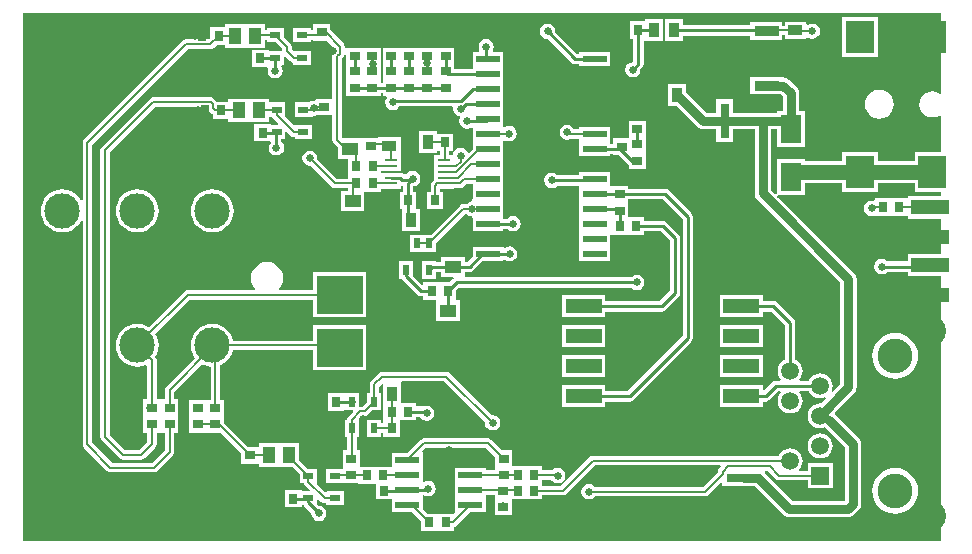
<source format=gtl>
%FSLAX23Y23*%
%MOIN*%
G70*
G01*
G75*
G04 Layer_Physical_Order=1*
G04 Layer_Color=255*
%ADD10R,0.155X0.125*%
%ADD11R,0.033X0.031*%
%ADD12R,0.031X0.033*%
%ADD13R,0.043X0.055*%
%ADD14R,0.035X0.049*%
%ADD15R,0.049X0.035*%
%ADD16R,0.031X0.118*%
%ADD17R,0.118X0.031*%
%ADD18R,0.071X0.094*%
%ADD19R,0.125X0.050*%
%ADD20R,0.079X0.024*%
%ADD21R,0.094X0.110*%
%ADD22R,0.024X0.033*%
%ADD23R,0.083X0.130*%
%ADD24R,0.083X0.035*%
%ADD25R,0.120X0.050*%
%ADD26R,0.041X0.010*%
%ADD27R,0.081X0.024*%
%ADD28R,0.055X0.043*%
%ADD29R,0.033X0.024*%
%ADD30C,0.007*%
%ADD31C,0.010*%
%ADD32C,0.020*%
%ADD33C,0.050*%
%ADD34C,0.030*%
%ADD35C,0.118*%
%ADD36C,0.116*%
%ADD37C,0.059*%
%ADD38R,0.059X0.059*%
%ADD39C,0.100*%
%ADD40C,0.026*%
G36*
X1613Y-1580D02*
Y-1614D01*
Y-1625D01*
X1583D01*
Y-1617D01*
X1478D01*
Y-1664D01*
X1478Y-1664D01*
X1478Y-1667D01*
X1478D01*
Y-1714D01*
X1478Y-1714D01*
X1478Y-1717D01*
X1478D01*
Y-1764D01*
X1478Y-1764D01*
X1478D01*
X1479Y-1765D01*
X1477Y-1769D01*
X1476Y-1770D01*
X1387D01*
X1372Y-1755D01*
Y-1717D01*
D01*
Y-1717D01*
X1372Y-1717D01*
Y-1714D01*
X1372D01*
Y-1708D01*
X1377D01*
X1380Y-1710D01*
X1390Y-1711D01*
X1400Y-1710D01*
X1408Y-1704D01*
X1414Y-1696D01*
X1415Y-1686D01*
X1414Y-1676D01*
X1408Y-1668D01*
X1400Y-1662D01*
X1390Y-1661D01*
X1380Y-1662D01*
X1377Y-1665D01*
X1372Y-1662D01*
Y-1617D01*
D01*
Y-1617D01*
X1372Y-1617D01*
Y-1614D01*
X1372D01*
Y-1567D01*
X1372Y-1567D01*
X1372D01*
X1370Y-1562D01*
X1382Y-1550D01*
X1583D01*
X1613Y-1580D01*
D02*
G37*
G36*
X3100Y-367D02*
X3096Y-370D01*
X3093Y-368D01*
X3082Y-363D01*
X3071Y-362D01*
X3060Y-363D01*
X3049Y-368D01*
X3040Y-374D01*
X3033Y-384D01*
X3028Y-394D01*
X3027Y-406D01*
X3028Y-417D01*
X3033Y-427D01*
X3040Y-437D01*
X3049Y-444D01*
X3060Y-448D01*
X3071Y-449D01*
X3082Y-448D01*
X3093Y-444D01*
X3096Y-441D01*
X3100Y-444D01*
Y-563D01*
X3012D01*
Y-593D01*
X2890D01*
Y-563D01*
X2771D01*
Y-593D01*
X2646D01*
Y-589D01*
X2552D01*
Y-704D01*
X2547Y-705D01*
X2532Y-691D01*
Y-487D01*
X2552D01*
Y-547D01*
X2646D01*
Y-428D01*
X2626D01*
Y-368D01*
X2625Y-361D01*
X2623Y-354D01*
X2618Y-349D01*
X2593Y-323D01*
X2587Y-319D01*
X2581Y-316D01*
X2574Y-315D01*
X2571D01*
Y-313D01*
X2464D01*
Y-372D01*
X2565D01*
X2572Y-379D01*
Y-428D01*
X2552D01*
Y-433D01*
X2406D01*
Y-389D01*
X2350D01*
Y-433D01*
X2318D01*
X2249Y-364D01*
Y-336D01*
X2190D01*
Y-410D01*
X2218D01*
X2287Y-479D01*
X2287Y-479D01*
X2287D01*
X2287Y-479D01*
X2287D01*
X2287Y-479D01*
Y-479D01*
Y-479D01*
D01*
D01*
X2287D01*
Y-479D01*
X2293Y-484D01*
X2299Y-486D01*
X2307Y-487D01*
X2350D01*
Y-531D01*
X2406D01*
Y-487D01*
X2478D01*
Y-702D01*
X2479Y-709D01*
X2479Y-709D01*
X2479Y-709D01*
X2481Y-716D01*
X2486Y-721D01*
X2764Y-999D01*
Y-1338D01*
X2739Y-1363D01*
X2735Y-1360D01*
X2737Y-1354D01*
X2739Y-1344D01*
X2737Y-1333D01*
X2733Y-1323D01*
X2726Y-1314D01*
X2718Y-1307D01*
X2707Y-1303D01*
X2697Y-1302D01*
X2686Y-1303D01*
X2676Y-1307D01*
X2667Y-1314D01*
X2660Y-1323D01*
X2659Y-1326D01*
X2630D01*
X2627Y-1322D01*
X2633Y-1314D01*
X2637Y-1304D01*
X2639Y-1294D01*
X2637Y-1283D01*
X2633Y-1273D01*
X2626Y-1264D01*
X2618Y-1257D01*
X2614Y-1256D01*
Y-1134D01*
X2613Y-1127D01*
X2609Y-1121D01*
X2554Y-1066D01*
X2548Y-1062D01*
X2541Y-1061D01*
X2506D01*
Y-1041D01*
X2362D01*
Y-1115D01*
X2506D01*
Y-1096D01*
X2534D01*
X2579Y-1141D01*
Y-1256D01*
X2576Y-1257D01*
X2567Y-1264D01*
X2560Y-1273D01*
X2556Y-1283D01*
X2555Y-1294D01*
X2556Y-1304D01*
X2560Y-1314D01*
X2566Y-1322D01*
X2564Y-1326D01*
X2549D01*
X2543Y-1327D01*
X2537Y-1331D01*
X2511Y-1358D01*
X2506Y-1356D01*
Y-1341D01*
X2362D01*
Y-1415D01*
X2506D01*
Y-1396D01*
X2515D01*
X2521Y-1394D01*
X2527Y-1391D01*
X2557Y-1361D01*
X2564D01*
X2566Y-1365D01*
X2560Y-1373D01*
X2556Y-1383D01*
X2555Y-1394D01*
X2556Y-1404D01*
X2560Y-1414D01*
X2567Y-1423D01*
X2576Y-1430D01*
X2586Y-1434D01*
X2597Y-1435D01*
X2607Y-1434D01*
X2618Y-1430D01*
X2626Y-1423D01*
X2633Y-1414D01*
X2637Y-1404D01*
X2639Y-1394D01*
X2637Y-1383D01*
X2633Y-1373D01*
X2627Y-1365D01*
X2630Y-1361D01*
X2659D01*
X2660Y-1364D01*
X2667Y-1373D01*
X2676Y-1380D01*
X2686Y-1384D01*
X2697Y-1385D01*
X2707Y-1384D01*
X2713Y-1382D01*
X2716Y-1386D01*
X2700Y-1402D01*
X2697Y-1402D01*
X2686Y-1403D01*
X2676Y-1407D01*
X2667Y-1414D01*
X2660Y-1423D01*
X2656Y-1433D01*
X2655Y-1444D01*
X2656Y-1454D01*
X2660Y-1464D01*
X2667Y-1473D01*
X2676Y-1480D01*
X2686Y-1484D01*
X2697Y-1485D01*
X2707Y-1484D01*
X2712Y-1482D01*
X2780Y-1549D01*
Y-1725D01*
X2778Y-1727D01*
X2605D01*
X2513Y-1634D01*
Y-1627D01*
X2521D01*
X2549Y-1655D01*
D01*
X2549D01*
Y-1655D01*
D01*
X2549D01*
Y-1655D01*
X2549D01*
X2549Y-1655D01*
Y-1655D01*
X2549Y-1655D01*
Y-1655D01*
X2554Y-1658D01*
X2561Y-1659D01*
X2655D01*
Y-1685D01*
X2738D01*
Y-1602D01*
X2655D01*
Y-1628D01*
X2628D01*
X2626Y-1623D01*
X2633Y-1614D01*
X2637Y-1604D01*
X2639Y-1594D01*
X2637Y-1583D01*
X2633Y-1573D01*
X2626Y-1564D01*
X2618Y-1557D01*
X2607Y-1553D01*
X2597Y-1552D01*
X2586Y-1553D01*
X2576Y-1557D01*
X2567Y-1564D01*
X2560Y-1573D01*
X2558Y-1578D01*
X1938D01*
X1932Y-1579D01*
X1927Y-1582D01*
X1833Y-1677D01*
X1771D01*
Y-1670D01*
X1771D01*
Y-1657D01*
X1801D01*
X1804Y-1661D01*
X1812Y-1667D01*
X1822Y-1668D01*
X1832Y-1667D01*
X1840Y-1661D01*
X1846Y-1653D01*
X1847Y-1643D01*
X1846Y-1633D01*
X1840Y-1625D01*
X1832Y-1619D01*
X1822Y-1618D01*
X1812Y-1619D01*
X1804Y-1625D01*
X1804Y-1625D01*
X1771D01*
Y-1612D01*
X1670D01*
Y-1559D01*
X1636D01*
X1601Y-1523D01*
X1596Y-1520D01*
X1590Y-1519D01*
X1376D01*
X1370Y-1520D01*
X1365Y-1523D01*
X1321Y-1567D01*
X1268D01*
Y-1613D01*
X1163D01*
Y-1559D01*
X1152D01*
Y-1514D01*
X1160D01*
Y-1457D01*
X1160Y-1457D01*
X1160D01*
X1159Y-1456D01*
X1170Y-1445D01*
X1178D01*
X1184Y-1444D01*
X1189Y-1441D01*
X1189Y-1441D01*
X1189Y-1441D01*
X1204Y-1425D01*
X1234D01*
Y-1368D01*
X1226D01*
Y-1346D01*
X1235Y-1337D01*
X1240Y-1339D01*
Y-1407D01*
X1240D01*
Y-1456D01*
X1240D01*
Y-1469D01*
X1234D01*
Y-1457D01*
X1187D01*
Y-1514D01*
X1234D01*
Y-1501D01*
X1240D01*
Y-1514D01*
X1295D01*
Y-1458D01*
X1351D01*
Y-1447D01*
X1363D01*
X1367Y-1453D01*
X1375Y-1459D01*
X1385Y-1460D01*
X1395Y-1459D01*
X1403Y-1453D01*
X1409Y-1445D01*
X1410Y-1435D01*
X1409Y-1425D01*
X1403Y-1417D01*
X1395Y-1411D01*
X1385Y-1410D01*
X1375Y-1411D01*
X1374Y-1412D01*
X1351D01*
Y-1401D01*
X1299D01*
Y-1333D01*
X1299D01*
Y-1332D01*
X1303Y-1329D01*
X1444D01*
X1580Y-1464D01*
X1580Y-1467D01*
X1581Y-1477D01*
X1587Y-1485D01*
X1595Y-1491D01*
X1605Y-1492D01*
X1615Y-1491D01*
X1623Y-1485D01*
X1629Y-1477D01*
X1630Y-1467D01*
X1629Y-1457D01*
X1623Y-1449D01*
X1615Y-1443D01*
X1605Y-1442D01*
X1602Y-1442D01*
X1462Y-1302D01*
X1457Y-1298D01*
X1451Y-1297D01*
X1237D01*
X1231Y-1298D01*
X1226Y-1302D01*
X1199Y-1328D01*
X1196Y-1333D01*
X1195Y-1339D01*
Y-1368D01*
X1187D01*
Y-1398D01*
X1171Y-1414D01*
X1163D01*
X1160Y-1411D01*
Y-1405D01*
X1161Y-1397D01*
X1160Y-1388D01*
Y-1368D01*
X1112D01*
Y-1369D01*
X1110D01*
Y-1369D01*
X1055D01*
Y-1426D01*
X1110D01*
Y-1425D01*
X1112D01*
Y-1425D01*
X1138D01*
X1140Y-1430D01*
X1125Y-1446D01*
X1121Y-1451D01*
X1120Y-1456D01*
X1120Y-1457D01*
X1112D01*
Y-1514D01*
X1120D01*
Y-1559D01*
X1105D01*
Y-1614D01*
Y-1620D01*
X1051D01*
Y-1668D01*
X1105D01*
Y-1669D01*
X1157D01*
Y-1670D01*
X1216D01*
Y-1722D01*
X1268D01*
Y-1764D01*
X1336D01*
X1366Y-1794D01*
Y-1828D01*
X1477D01*
Y-1814D01*
X1478Y-1814D01*
X1483Y-1810D01*
X1529Y-1764D01*
X1583D01*
Y-1717D01*
D01*
Y-1717D01*
X1583Y-1717D01*
Y-1714D01*
X1583D01*
Y-1706D01*
X1613D01*
Y-1720D01*
Y-1775D01*
X1670D01*
Y-1721D01*
X1771D01*
Y-1708D01*
X1839D01*
X1846Y-1707D01*
X1851Y-1704D01*
X1945Y-1609D01*
X2363D01*
X2365Y-1614D01*
X2361Y-1618D01*
X2357Y-1623D01*
X2356Y-1630D01*
Y-1630D01*
X2306Y-1680D01*
X1946D01*
X1944Y-1678D01*
X1936Y-1672D01*
X1926Y-1671D01*
X1916Y-1672D01*
X1908Y-1678D01*
X1902Y-1686D01*
X1901Y-1696D01*
X1902Y-1706D01*
X1908Y-1714D01*
X1916Y-1720D01*
X1926Y-1721D01*
X1936Y-1720D01*
X1944Y-1714D01*
X1946Y-1712D01*
X2313D01*
X2319Y-1711D01*
X2324Y-1707D01*
X2324Y-1707D01*
X2324Y-1707D01*
X2366Y-1665D01*
X2370Y-1667D01*
Y-1677D01*
X2479D01*
X2575Y-1773D01*
D01*
X2575D01*
Y-1773D01*
D01*
X2575D01*
Y-1773D01*
X2575D01*
X2575Y-1773D01*
Y-1773D01*
X2575Y-1773D01*
Y-1773D01*
X2580Y-1778D01*
X2587Y-1780D01*
X2594Y-1781D01*
X2789D01*
X2796Y-1780D01*
X2803Y-1778D01*
X2808Y-1773D01*
X2808Y-1773D01*
X2808Y-1773D01*
X2826Y-1755D01*
X2831Y-1750D01*
X2832Y-1747D01*
X2833Y-1743D01*
X2834Y-1736D01*
Y-1538D01*
X2833Y-1531D01*
X2831Y-1524D01*
X2826Y-1519D01*
X2746Y-1439D01*
X2746Y-1438D01*
X2745Y-1433D01*
X2810Y-1368D01*
X2815Y-1363D01*
X2817Y-1356D01*
X2817Y-1356D01*
X2817Y-1356D01*
X2818Y-1349D01*
Y-988D01*
X2817Y-981D01*
X2815Y-974D01*
X2810Y-969D01*
X2554Y-713D01*
X2556Y-708D01*
X2646D01*
Y-667D01*
X2771D01*
Y-697D01*
X2890D01*
Y-667D01*
X3012D01*
Y-697D01*
X3100D01*
Y-712D01*
X2988D01*
Y-719D01*
X2988D01*
Y-719D01*
X2878D01*
Y-724D01*
X2874Y-728D01*
X2868Y-727D01*
X2858Y-728D01*
X2850Y-734D01*
X2844Y-742D01*
X2843Y-752D01*
X2844Y-762D01*
X2850Y-770D01*
X2858Y-776D01*
X2868Y-777D01*
X2877Y-776D01*
X2878Y-777D01*
Y-777D01*
X2988D01*
D01*
X2988D01*
X2988Y-777D01*
Y-786D01*
X3100D01*
Y-905D01*
X2988D01*
Y-929D01*
X2920D01*
X2920Y-928D01*
X2912Y-922D01*
X2902Y-921D01*
X2892Y-922D01*
X2884Y-928D01*
X2878Y-936D01*
X2877Y-946D01*
X2878Y-956D01*
X2884Y-964D01*
X2892Y-970D01*
X2902Y-971D01*
X2912Y-970D01*
X2920Y-964D01*
X2920Y-963D01*
X2988D01*
Y-979D01*
X3100D01*
Y-1860D01*
X40D01*
Y-100D01*
X3100D01*
Y-367D01*
D02*
G37*
%LPC*%
G36*
X1981Y-1141D02*
X1837D01*
Y-1215D01*
X1981D01*
Y-1141D01*
D02*
G37*
G36*
X2506D02*
X2362D01*
Y-1215D01*
X2506D01*
Y-1141D01*
D02*
G37*
G36*
X421Y-688D02*
X407Y-690D01*
X393Y-694D01*
X381Y-700D01*
X370Y-709D01*
X361Y-720D01*
X355Y-733D01*
X351Y-746D01*
X349Y-760D01*
X351Y-774D01*
X355Y-787D01*
X361Y-800D01*
X370Y-810D01*
X381Y-819D01*
X393Y-826D01*
X407Y-830D01*
X421Y-831D01*
X435Y-830D01*
X448Y-826D01*
X460Y-819D01*
X471Y-810D01*
X480Y-800D01*
X487Y-787D01*
X491Y-774D01*
X492Y-760D01*
X491Y-746D01*
X487Y-733D01*
X480Y-720D01*
X471Y-709D01*
X460Y-700D01*
X448Y-694D01*
X435Y-690D01*
X421Y-688D01*
D02*
G37*
G36*
X1662Y-878D02*
X1652Y-880D01*
X1645Y-885D01*
X1641Y-882D01*
Y-880D01*
X1538D01*
Y-912D01*
X1521Y-930D01*
X1512D01*
Y-913D01*
X1433D01*
Y-930D01*
X1416D01*
Y-929D01*
X1368D01*
Y-986D01*
X1416D01*
Y-964D01*
X1433D01*
Y-981D01*
X1474D01*
X1475Y-985D01*
X1473Y-987D01*
X1461Y-999D01*
X1374D01*
Y-1005D01*
X1369Y-1007D01*
X1341Y-978D01*
Y-929D01*
X1293D01*
Y-986D01*
X1301D01*
X1305Y-991D01*
X1353Y-1040D01*
X1353D01*
X1353Y-1040D01*
X1353D01*
X1353Y-1040D01*
Y-1040D01*
X1353Y-1040D01*
Y-1040D01*
X1359Y-1044D01*
X1366Y-1045D01*
X1374D01*
Y-1056D01*
X1417D01*
Y-1059D01*
X1417D01*
Y-1126D01*
X1496D01*
Y-1059D01*
X1484D01*
Y-1056D01*
X1484D01*
Y-1024D01*
X1492Y-1016D01*
X2068D01*
X2068Y-1017D01*
X2076Y-1023D01*
X2086Y-1024D01*
X2096Y-1023D01*
X2104Y-1017D01*
X2110Y-1009D01*
X2111Y-999D01*
X2110Y-989D01*
X2104Y-981D01*
X2096Y-975D01*
X2086Y-974D01*
X2076Y-975D01*
X2068Y-981D01*
X2068Y-982D01*
X1513D01*
X1512Y-981D01*
X1512Y-978D01*
X1512Y-978D01*
X1512D01*
Y-964D01*
X1528D01*
X1535Y-963D01*
X1540Y-959D01*
X1572Y-928D01*
X1641D01*
Y-925D01*
X1645Y-923D01*
X1652Y-927D01*
X1662Y-929D01*
X1671Y-927D01*
X1680Y-922D01*
X1685Y-913D01*
X1687Y-904D01*
X1685Y-894D01*
X1680Y-886D01*
X1671Y-880D01*
X1662Y-878D01*
D02*
G37*
G36*
X2697Y-1502D02*
X2686Y-1503D01*
X2676Y-1507D01*
X2667Y-1514D01*
X2660Y-1523D01*
X2656Y-1533D01*
X2655Y-1544D01*
X2656Y-1554D01*
X2660Y-1564D01*
X2667Y-1573D01*
X2676Y-1580D01*
X2686Y-1584D01*
X2697Y-1585D01*
X2707Y-1584D01*
X2718Y-1580D01*
X2726Y-1573D01*
X2733Y-1564D01*
X2737Y-1554D01*
X2739Y-1544D01*
X2737Y-1533D01*
X2733Y-1523D01*
X2726Y-1514D01*
X2718Y-1507D01*
X2707Y-1503D01*
X2697Y-1502D01*
D02*
G37*
G36*
X2947Y-1617D02*
X2932Y-1619D01*
X2917Y-1623D01*
X2904Y-1630D01*
X2893Y-1640D01*
X2883Y-1651D01*
X2876Y-1664D01*
X2872Y-1679D01*
X2870Y-1694D01*
X2872Y-1708D01*
X2876Y-1723D01*
X2883Y-1736D01*
X2893Y-1747D01*
X2904Y-1757D01*
X2917Y-1764D01*
X2932Y-1768D01*
X2947Y-1770D01*
X2962Y-1768D01*
X2976Y-1764D01*
X2989Y-1757D01*
X3001Y-1747D01*
X3010Y-1736D01*
X3017Y-1723D01*
X3022Y-1708D01*
X3023Y-1694D01*
X3022Y-1679D01*
X3017Y-1664D01*
X3010Y-1651D01*
X3001Y-1640D01*
X2989Y-1630D01*
X2976Y-1623D01*
X2962Y-1619D01*
X2947Y-1617D01*
D02*
G37*
G36*
Y-1167D02*
X2932Y-1169D01*
X2917Y-1173D01*
X2904Y-1180D01*
X2893Y-1190D01*
X2883Y-1201D01*
X2876Y-1214D01*
X2872Y-1229D01*
X2870Y-1244D01*
X2872Y-1258D01*
X2876Y-1273D01*
X2883Y-1286D01*
X2893Y-1297D01*
X2904Y-1307D01*
X2917Y-1314D01*
X2932Y-1318D01*
X2947Y-1320D01*
X2962Y-1318D01*
X2976Y-1314D01*
X2989Y-1307D01*
X3001Y-1297D01*
X3010Y-1286D01*
X3017Y-1273D01*
X3022Y-1258D01*
X3023Y-1244D01*
X3022Y-1229D01*
X3017Y-1214D01*
X3010Y-1201D01*
X3001Y-1190D01*
X2989Y-1180D01*
X2976Y-1173D01*
X2962Y-1169D01*
X2947Y-1167D01*
D02*
G37*
G36*
X2506Y-1241D02*
X2362D01*
Y-1315D01*
X2506D01*
Y-1241D01*
D02*
G37*
G36*
X1981D02*
X1837D01*
Y-1315D01*
X1981D01*
Y-1241D01*
D02*
G37*
G36*
X847Y-138D02*
X712D01*
Y-149D01*
X664D01*
Y-183D01*
X658Y-189D01*
X582D01*
X576Y-191D01*
X571Y-194D01*
X243Y-522D01*
X239Y-527D01*
X238Y-534D01*
Y-725D01*
X233Y-726D01*
X230Y-720D01*
X221Y-709D01*
X210Y-700D01*
X198Y-694D01*
X185Y-690D01*
X171Y-688D01*
X157Y-690D01*
X143Y-694D01*
X131Y-700D01*
X120Y-709D01*
X111Y-720D01*
X105Y-733D01*
X101Y-746D01*
X99Y-760D01*
X101Y-774D01*
X105Y-787D01*
X111Y-800D01*
X120Y-810D01*
X131Y-819D01*
X143Y-826D01*
X157Y-830D01*
X171Y-831D01*
X185Y-830D01*
X198Y-826D01*
X210Y-819D01*
X221Y-810D01*
X230Y-800D01*
X233Y-793D01*
X238Y-795D01*
Y-1538D01*
X238Y-1538D01*
X238D01*
X239Y-1545D01*
X243Y-1550D01*
X320Y-1627D01*
X320D01*
X320Y-1627D01*
X320Y-1627D01*
Y-1627D01*
X325Y-1630D01*
X331Y-1632D01*
X476D01*
X482Y-1630D01*
X487Y-1627D01*
X539Y-1575D01*
X543Y-1569D01*
X544Y-1563D01*
Y-1500D01*
X557D01*
Y-1445D01*
Y-1389D01*
X544D01*
Y-1364D01*
X637Y-1271D01*
X643Y-1275D01*
X657Y-1279D01*
X665Y-1280D01*
Y-1390D01*
X652D01*
D01*
D01*
X652Y-1390D01*
X651D01*
Y-1390D01*
X593D01*
Y-1445D01*
Y-1500D01*
X651D01*
Y-1500D01*
X651D01*
X651Y-1500D01*
X652D01*
Y-1500D01*
X698D01*
X767Y-1568D01*
Y-1603D01*
X824D01*
D01*
X824D01*
X827Y-1605D01*
Y-1614D01*
X939D01*
X962Y-1637D01*
Y-1668D01*
X976D01*
X977Y-1670D01*
X980Y-1675D01*
X995Y-1690D01*
X993Y-1695D01*
X969D01*
Y-1692D01*
X913D01*
Y-1749D01*
X969D01*
Y-1742D01*
X976D01*
X977Y-1744D01*
X1001Y-1768D01*
X1001Y-1769D01*
X1002Y-1779D01*
X1008Y-1787D01*
X1016Y-1793D01*
X1026Y-1794D01*
X1036Y-1793D01*
X1044Y-1787D01*
X1050Y-1779D01*
X1051Y-1769D01*
X1050Y-1759D01*
X1044Y-1751D01*
X1036Y-1745D01*
X1026Y-1744D01*
X1025Y-1744D01*
X1020Y-1738D01*
Y-1722D01*
X1024Y-1720D01*
X1034Y-1730D01*
X1034D01*
X1034Y-1730D01*
X1034D01*
X1034Y-1730D01*
Y-1730D01*
X1034Y-1730D01*
Y-1730D01*
X1039Y-1733D01*
X1046Y-1734D01*
X1051D01*
Y-1742D01*
X1108D01*
Y-1695D01*
X1051D01*
Y-1695D01*
X1046Y-1697D01*
X1019Y-1670D01*
X1020Y-1668D01*
X1020D01*
X1020Y-1668D01*
Y-1620D01*
X990D01*
X961Y-1591D01*
Y-1535D01*
X827D01*
Y-1547D01*
X824D01*
Y-1547D01*
X790D01*
X710Y-1467D01*
Y-1445D01*
Y-1390D01*
X697D01*
Y-1275D01*
X698Y-1275D01*
X710Y-1268D01*
X721Y-1259D01*
X730Y-1248D01*
X737Y-1236D01*
X740Y-1224D01*
X1005D01*
Y-1291D01*
X1184D01*
Y-1141D01*
X1005D01*
Y-1193D01*
X740D01*
X737Y-1181D01*
X730Y-1169D01*
X721Y-1158D01*
X710Y-1149D01*
X698Y-1143D01*
X685Y-1139D01*
X671Y-1137D01*
X657Y-1139D01*
X643Y-1143D01*
X631Y-1149D01*
X620Y-1158D01*
X611Y-1169D01*
X605Y-1181D01*
X601Y-1195D01*
X599Y-1209D01*
X601Y-1223D01*
X605Y-1236D01*
X611Y-1248D01*
X613Y-1251D01*
X517Y-1347D01*
X513Y-1352D01*
X512Y-1358D01*
Y-1389D01*
X501D01*
X501Y-1389D01*
Y-1389D01*
X499Y-1389D01*
X499D01*
X498D01*
X496Y-1389D01*
X496Y-1389D01*
Y-1389D01*
X485D01*
Y-1257D01*
X484Y-1251D01*
X481Y-1247D01*
X487Y-1236D01*
X491Y-1223D01*
X492Y-1209D01*
X491Y-1195D01*
X487Y-1181D01*
X481Y-1171D01*
X596Y-1056D01*
X1005D01*
Y-1115D01*
X1184D01*
Y-965D01*
X1005D01*
Y-1024D01*
X895D01*
X893Y-1020D01*
X900Y-1011D01*
X905Y-998D01*
X907Y-984D01*
X905Y-970D01*
X900Y-957D01*
X891Y-946D01*
X880Y-938D01*
X867Y-932D01*
X853Y-930D01*
X839Y-932D01*
X826Y-938D01*
X815Y-946D01*
X806Y-957D01*
X801Y-970D01*
X799Y-984D01*
X801Y-998D01*
X806Y-1011D01*
X813Y-1020D01*
X811Y-1024D01*
X589D01*
X583Y-1025D01*
X578Y-1029D01*
X459Y-1148D01*
X448Y-1143D01*
X435Y-1139D01*
X421Y-1137D01*
X407Y-1139D01*
X393Y-1143D01*
X381Y-1149D01*
X370Y-1158D01*
X361Y-1169D01*
X355Y-1181D01*
X351Y-1195D01*
X349Y-1209D01*
X351Y-1223D01*
X355Y-1236D01*
X361Y-1248D01*
X370Y-1259D01*
X381Y-1268D01*
X393Y-1275D01*
X407Y-1279D01*
X421Y-1280D01*
X435Y-1279D01*
X448Y-1275D01*
X449Y-1274D01*
X453Y-1277D01*
Y-1389D01*
X440D01*
Y-1407D01*
X439Y-1416D01*
X440Y-1425D01*
Y-1445D01*
Y-1500D01*
X453D01*
Y-1532D01*
X427Y-1558D01*
X380D01*
X329Y-1507D01*
Y-565D01*
X480Y-414D01*
X656D01*
Y-416D01*
X657Y-422D01*
X661Y-428D01*
X670Y-436D01*
X673Y-439D01*
Y-454D01*
X724D01*
Y-465D01*
X858D01*
Y-447D01*
X870D01*
X874Y-452D01*
X891Y-470D01*
X889Y-474D01*
X866D01*
Y-471D01*
X811D01*
Y-529D01*
X863D01*
X865Y-533D01*
X860Y-540D01*
X859Y-550D01*
X860Y-560D01*
X866Y-568D01*
X874Y-574D01*
X884Y-575D01*
X894Y-574D01*
X902Y-568D01*
X908Y-560D01*
X909Y-550D01*
X908Y-540D01*
X902Y-532D01*
X901Y-532D01*
Y-522D01*
X914D01*
Y-498D01*
X918Y-497D01*
X931Y-509D01*
X931D01*
X931Y-509D01*
X931D01*
X931Y-509D01*
Y-509D01*
X931Y-509D01*
Y-509D01*
X936Y-513D01*
X942Y-514D01*
X945D01*
Y-522D01*
X1002D01*
Y-474D01*
X945D01*
X945Y-474D01*
Y-474D01*
X942Y-475D01*
X914Y-447D01*
X914Y-447D01*
X914D01*
X914Y-447D01*
Y-399D01*
X858D01*
Y-386D01*
X724D01*
Y-396D01*
X685D01*
X683Y-393D01*
X677Y-387D01*
X672Y-383D01*
X666Y-382D01*
X473D01*
X467Y-383D01*
X462Y-387D01*
X302Y-547D01*
X298Y-552D01*
X297Y-558D01*
Y-1514D01*
X297Y-1514D01*
X297D01*
X298Y-1520D01*
X302Y-1525D01*
X362Y-1585D01*
X367Y-1589D01*
X373Y-1590D01*
X434D01*
X440Y-1589D01*
X445Y-1585D01*
X480Y-1550D01*
X484Y-1545D01*
X485Y-1539D01*
X485Y-1539D01*
X485Y-1539D01*
Y-1539D01*
Y-1500D01*
X496D01*
X496Y-1500D01*
Y-1500D01*
X498Y-1500D01*
X499D01*
X499D01*
X501Y-1500D01*
X501Y-1500D01*
Y-1500D01*
X512D01*
Y-1557D01*
X469Y-1600D01*
X338D01*
X270Y-1532D01*
Y-540D01*
X589Y-221D01*
X664D01*
X670Y-220D01*
X676Y-216D01*
X685Y-207D01*
X712D01*
Y-217D01*
X847D01*
Y-191D01*
X852D01*
Y-199D01*
X882D01*
X903Y-220D01*
Y-226D01*
X858D01*
Y-223D01*
X803D01*
Y-281D01*
X853D01*
X856Y-285D01*
X855Y-293D01*
X856Y-303D01*
X862Y-311D01*
X870Y-317D01*
X880Y-318D01*
X890Y-317D01*
X898Y-311D01*
X904Y-303D01*
X905Y-293D01*
X904Y-283D01*
X900Y-278D01*
X903Y-274D01*
X910D01*
Y-247D01*
X914Y-245D01*
X931Y-261D01*
X936Y-265D01*
X941Y-266D01*
Y-274D01*
X998D01*
Y-226D01*
X941D01*
X941Y-226D01*
Y-226D01*
X941Y-226D01*
X935Y-220D01*
Y-213D01*
X934Y-207D01*
X930Y-202D01*
X910Y-182D01*
Y-151D01*
X852D01*
Y-159D01*
X847D01*
Y-138D01*
D02*
G37*
G36*
X2890Y-114D02*
X2771D01*
Y-248D01*
X2890D01*
Y-114D01*
D02*
G37*
G36*
X2173Y-121D02*
X2114D01*
Y-129D01*
X2063D01*
Y-186D01*
X2073D01*
Y-258D01*
X2072Y-265D01*
X2062Y-266D01*
X2054Y-272D01*
X2048Y-280D01*
X2047Y-290D01*
X2048Y-300D01*
X2054Y-308D01*
X2062Y-314D01*
X2072Y-315D01*
X2082Y-314D01*
X2090Y-308D01*
X2096Y-300D01*
X2097Y-290D01*
X2097Y-289D01*
X2103Y-284D01*
X2107Y-278D01*
X2108Y-271D01*
X2108Y-271D01*
Y-186D01*
X2114D01*
Y-194D01*
X2173D01*
Y-121D01*
D02*
G37*
G36*
X1064Y-138D02*
X1007D01*
Y-159D01*
X998D01*
Y-151D01*
X941D01*
Y-199D01*
X998D01*
Y-191D01*
X1007D01*
Y-193D01*
X1054D01*
X1081Y-220D01*
Y-229D01*
X1076Y-234D01*
X1072Y-239D01*
X1071Y-245D01*
Y-386D01*
X1015D01*
Y-390D01*
X1011Y-393D01*
X1009Y-393D01*
X999Y-394D01*
X992Y-399D01*
X945D01*
Y-447D01*
X1002D01*
Y-446D01*
X1006Y-443D01*
X1009Y-443D01*
X1019Y-442D01*
X1019Y-441D01*
X1071D01*
Y-524D01*
X1071Y-524D01*
X1071D01*
X1072Y-530D01*
X1076Y-535D01*
X1090Y-550D01*
Y-587D01*
X1122D01*
Y-637D01*
X1122Y-637D01*
X1122D01*
X1122Y-639D01*
Y-640D01*
Y-641D01*
X1122Y-643D01*
X1122Y-643D01*
X1122D01*
Y-653D01*
X1087D01*
X1021Y-588D01*
X1021Y-585D01*
X1020Y-575D01*
X1014Y-567D01*
X1006Y-561D01*
X996Y-560D01*
X986Y-561D01*
X978Y-567D01*
X972Y-575D01*
X971Y-585D01*
X972Y-595D01*
X978Y-603D01*
X986Y-609D01*
X996Y-610D01*
X999Y-610D01*
X1069Y-680D01*
X1074Y-684D01*
X1080Y-685D01*
X1122D01*
Y-693D01*
X1098D01*
Y-760D01*
X1177D01*
Y-698D01*
X1232D01*
Y-686D01*
X1234D01*
Y-686D01*
X1299D01*
Y-676D01*
X1301Y-675D01*
X1306Y-677D01*
Y-696D01*
X1295D01*
Y-753D01*
X1303D01*
Y-755D01*
X1303D01*
Y-828D01*
X1362D01*
Y-755D01*
X1351D01*
Y-753D01*
X1351D01*
Y-696D01*
X1340D01*
Y-678D01*
X1349Y-677D01*
X1357Y-671D01*
X1363Y-663D01*
X1364Y-653D01*
X1363Y-643D01*
X1357Y-635D01*
X1349Y-629D01*
X1339Y-628D01*
X1329Y-629D01*
X1321Y-635D01*
X1319Y-639D01*
X1311D01*
X1310Y-637D01*
X1304Y-634D01*
X1299Y-633D01*
Y-633D01*
X1299D01*
X1297Y-632D01*
X1267D01*
X1265Y-633D01*
X1236D01*
X1236Y-633D01*
Y-633D01*
X1234Y-633D01*
X1232Y-631D01*
Y-627D01*
X1234D01*
Y-627D01*
X1299D01*
Y-607D01*
Y-574D01*
X1298D01*
Y-515D01*
X1224D01*
Y-516D01*
X1172D01*
Y-519D01*
X1169D01*
Y-519D01*
X1105D01*
X1103Y-517D01*
Y-252D01*
X1108Y-247D01*
X1111Y-242D01*
X1112Y-239D01*
X1117Y-239D01*
Y-272D01*
Y-323D01*
Y-378D01*
X1174D01*
Y-378D01*
X1174D01*
X1174Y-378D01*
X1176D01*
Y-378D01*
X1233D01*
Y-368D01*
X1239D01*
Y-378D01*
X1251D01*
X1253Y-383D01*
X1248Y-389D01*
X1247Y-399D01*
X1248Y-409D01*
X1254Y-417D01*
X1262Y-423D01*
X1272Y-424D01*
X1282Y-423D01*
X1290Y-417D01*
X1293Y-412D01*
X1471D01*
X1474Y-416D01*
X1474Y-420D01*
X1475Y-430D01*
X1481Y-438D01*
X1489Y-444D01*
X1495Y-445D01*
X1497Y-449D01*
X1495Y-451D01*
X1494Y-461D01*
X1495Y-471D01*
X1501Y-479D01*
X1509Y-485D01*
X1519Y-486D01*
X1529Y-485D01*
X1534Y-481D01*
X1538Y-484D01*
Y-526D01*
X1538Y-526D01*
X1538D01*
X1538Y-528D01*
Y-529D01*
Y-530D01*
X1538Y-531D01*
X1538Y-531D01*
X1538D01*
Y-553D01*
X1526Y-566D01*
X1521Y-565D01*
X1516Y-558D01*
X1508Y-552D01*
X1498Y-551D01*
X1488Y-552D01*
X1480Y-558D01*
X1474Y-566D01*
X1473Y-574D01*
X1461D01*
Y-560D01*
X1473D01*
Y-503D01*
X1418D01*
Y-495D01*
X1358D01*
Y-568D01*
X1418D01*
Y-560D01*
X1429D01*
Y-574D01*
X1409D01*
Y-607D01*
Y-627D01*
Y-647D01*
Y-658D01*
X1409Y-658D01*
X1402Y-664D01*
X1399Y-670D01*
X1398Y-676D01*
Y-696D01*
X1386D01*
Y-753D01*
X1441D01*
Y-696D01*
X1429D01*
Y-686D01*
X1475D01*
Y-685D01*
X1496D01*
X1502Y-684D01*
X1507Y-680D01*
X1518Y-670D01*
X1538D01*
Y-676D01*
X1538Y-676D01*
X1538D01*
X1538Y-678D01*
Y-679D01*
Y-680D01*
X1538Y-681D01*
X1538Y-681D01*
X1538D01*
Y-717D01*
X1536Y-729D01*
X1526Y-730D01*
X1518Y-736D01*
X1516Y-738D01*
X1507D01*
X1501Y-739D01*
X1496Y-743D01*
X1398Y-840D01*
X1331D01*
Y-898D01*
X1416D01*
Y-868D01*
X1512Y-771D01*
X1517Y-771D01*
X1518Y-772D01*
X1526Y-778D01*
X1536Y-779D01*
X1538Y-791D01*
Y-828D01*
X1641D01*
Y-821D01*
X1655D01*
X1663Y-827D01*
X1673Y-828D01*
X1683Y-827D01*
X1691Y-821D01*
X1697Y-813D01*
X1698Y-803D01*
X1697Y-793D01*
X1691Y-785D01*
X1683Y-779D01*
X1673Y-778D01*
X1663Y-779D01*
X1655Y-785D01*
X1654Y-786D01*
X1641D01*
Y-781D01*
X1641Y-781D01*
D01*
D01*
X1641Y-780D01*
Y-780D01*
Y-779D01*
Y-778D01*
Y-778D01*
X1641Y-777D01*
X1641Y-776D01*
X1641Y-776D01*
X1641D01*
Y-731D01*
X1641Y-731D01*
D01*
D01*
X1641Y-730D01*
Y-730D01*
Y-729D01*
Y-728D01*
Y-728D01*
X1641Y-727D01*
X1641Y-726D01*
X1641Y-726D01*
X1641D01*
Y-681D01*
X1641Y-681D01*
D01*
D01*
X1641Y-680D01*
Y-680D01*
Y-679D01*
Y-678D01*
Y-678D01*
X1641Y-677D01*
X1641Y-676D01*
X1641Y-676D01*
X1641D01*
Y-630D01*
D01*
Y-630D01*
X1641Y-630D01*
Y-628D01*
X1641D01*
Y-580D01*
D01*
Y-580D01*
X1641Y-580D01*
Y-578D01*
X1641D01*
Y-531D01*
X1641Y-531D01*
D01*
D01*
X1641Y-530D01*
Y-530D01*
Y-529D01*
Y-528D01*
Y-528D01*
X1641Y-527D01*
X1641Y-526D01*
X1645Y-523D01*
X1650Y-527D01*
X1660Y-528D01*
X1670Y-527D01*
X1678Y-521D01*
X1684Y-513D01*
X1685Y-503D01*
X1684Y-493D01*
X1678Y-485D01*
X1670Y-479D01*
X1660Y-478D01*
X1650Y-479D01*
X1645Y-483D01*
X1641Y-480D01*
Y-480D01*
Y-479D01*
Y-478D01*
X1641Y-476D01*
X1641Y-476D01*
X1641D01*
Y-430D01*
D01*
Y-430D01*
X1641Y-430D01*
Y-428D01*
X1641D01*
Y-380D01*
D01*
Y-380D01*
X1641Y-380D01*
Y-378D01*
X1641D01*
Y-330D01*
D01*
Y-330D01*
X1641Y-330D01*
Y-328D01*
X1641D01*
Y-281D01*
X1641Y-281D01*
D01*
D01*
X1641Y-280D01*
Y-280D01*
Y-279D01*
Y-278D01*
Y-278D01*
X1641Y-277D01*
X1641Y-276D01*
X1641Y-276D01*
X1641D01*
Y-230D01*
X1607D01*
X1605Y-226D01*
X1607Y-223D01*
X1608Y-213D01*
X1607Y-203D01*
X1601Y-195D01*
X1593Y-189D01*
X1583Y-188D01*
X1573Y-189D01*
X1565Y-195D01*
X1559Y-203D01*
X1558Y-213D01*
X1559Y-223D01*
X1561Y-226D01*
X1559Y-230D01*
X1538D01*
Y-276D01*
X1538Y-276D01*
X1538D01*
X1538Y-278D01*
Y-279D01*
Y-280D01*
X1538Y-281D01*
X1538Y-281D01*
X1538D01*
Y-286D01*
X1477D01*
Y-268D01*
X1477D01*
Y-217D01*
X1419D01*
D01*
D01*
X1419Y-217D01*
X1415D01*
Y-217D01*
X1357D01*
Y-217D01*
X1356D01*
X1355Y-216D01*
Y-216D01*
X1298D01*
D01*
D01*
X1298Y-216D01*
X1296D01*
Y-216D01*
X1239D01*
Y-272D01*
Y-323D01*
Y-333D01*
X1233D01*
Y-323D01*
Y-272D01*
Y-216D01*
X1176D01*
D01*
D01*
X1176Y-216D01*
X1174D01*
Y-216D01*
X1117D01*
Y-216D01*
X1115D01*
X1112Y-213D01*
X1111Y-207D01*
X1108Y-202D01*
X1064Y-159D01*
Y-138D01*
D02*
G37*
G36*
X2240Y-121D02*
X2181D01*
Y-194D01*
X2240D01*
Y-177D01*
X2464D01*
Y-191D01*
X2571D01*
Y-175D01*
X2578D01*
Y-189D01*
X2651D01*
Y-183D01*
X2655Y-181D01*
X2661Y-185D01*
X2671Y-186D01*
X2681Y-185D01*
X2689Y-179D01*
X2695Y-171D01*
X2696Y-161D01*
X2695Y-151D01*
X2689Y-143D01*
X2681Y-137D01*
X2671Y-136D01*
X2661Y-137D01*
X2655Y-141D01*
X2651Y-139D01*
Y-130D01*
X2578D01*
Y-144D01*
X2571D01*
Y-132D01*
X2464D01*
Y-142D01*
X2240D01*
Y-121D01*
D02*
G37*
G36*
X1997Y-630D02*
X1894D01*
Y-642D01*
X1820D01*
X1820Y-641D01*
X1812Y-635D01*
X1802Y-634D01*
X1792Y-635D01*
X1784Y-641D01*
X1778Y-649D01*
X1777Y-659D01*
X1778Y-669D01*
X1784Y-677D01*
X1792Y-683D01*
X1802Y-684D01*
X1812Y-683D01*
X1820Y-677D01*
X1820Y-676D01*
X1894D01*
D01*
Y-676D01*
Y-676D01*
D01*
Y-678D01*
Y-678D01*
Y-679D01*
Y-680D01*
X1894Y-681D01*
X1894Y-681D01*
X1894D01*
Y-728D01*
X1894Y-728D01*
X1894Y-730D01*
X1894D01*
Y-776D01*
X1894Y-776D01*
X1894D01*
X1894Y-778D01*
Y-779D01*
Y-780D01*
X1894Y-781D01*
X1894Y-781D01*
X1894D01*
Y-826D01*
X1894Y-826D01*
X1894D01*
X1894Y-828D01*
Y-829D01*
Y-830D01*
X1894Y-831D01*
X1894Y-831D01*
X1894D01*
Y-876D01*
X1894Y-876D01*
X1894D01*
X1894Y-878D01*
Y-879D01*
Y-880D01*
X1894Y-881D01*
X1894Y-881D01*
X1894D01*
Y-928D01*
X1997D01*
Y-881D01*
X1997Y-881D01*
D01*
D01*
X1997Y-880D01*
Y-880D01*
Y-879D01*
Y-878D01*
Y-878D01*
X1997Y-877D01*
X1997Y-876D01*
X1997Y-876D01*
X1997D01*
Y-842D01*
X2000Y-840D01*
X2001Y-840D01*
X2001Y-840D01*
Y-840D01*
X2110D01*
Y-828D01*
X2165D01*
X2196Y-859D01*
Y-1027D01*
X2161Y-1061D01*
X1981D01*
Y-1041D01*
X1837D01*
Y-1115D01*
X1981D01*
Y-1096D01*
X2169D01*
X2175Y-1094D01*
X2181Y-1091D01*
X2181Y-1091D01*
X2181Y-1091D01*
X2225Y-1046D01*
X2225Y-1046D01*
X2225Y-1046D01*
X2229Y-1041D01*
X2230Y-1034D01*
Y-852D01*
X2229Y-845D01*
X2225Y-840D01*
X2184Y-799D01*
X2179Y-795D01*
X2172Y-794D01*
X2110D01*
Y-782D01*
X2056D01*
Y-732D01*
Y-722D01*
X2173D01*
X2238Y-787D01*
Y-1178D01*
X2054Y-1361D01*
X1981D01*
Y-1341D01*
X1837D01*
Y-1415D01*
X1981D01*
Y-1396D01*
X2062D01*
X2068Y-1394D01*
X2074Y-1391D01*
X2074Y-1391D01*
X2074Y-1391D01*
X2267Y-1197D01*
X2267Y-1197D01*
X2267Y-1197D01*
X2271Y-1192D01*
X2272Y-1185D01*
Y-780D01*
X2271Y-773D01*
X2267Y-768D01*
X2192Y-692D01*
X2186Y-689D01*
X2180Y-687D01*
X2056D01*
Y-677D01*
X1999D01*
Y-677D01*
X1997D01*
X1997Y-676D01*
X1997Y-676D01*
X1997D01*
Y-630D01*
D02*
G37*
G36*
X671Y-688D02*
X657Y-690D01*
X643Y-694D01*
X631Y-700D01*
X620Y-709D01*
X611Y-720D01*
X605Y-733D01*
X601Y-746D01*
X599Y-760D01*
X601Y-774D01*
X605Y-787D01*
X611Y-800D01*
X620Y-810D01*
X631Y-819D01*
X643Y-826D01*
X657Y-830D01*
X671Y-831D01*
X685Y-830D01*
X698Y-826D01*
X710Y-819D01*
X721Y-810D01*
X730Y-800D01*
X737Y-787D01*
X741Y-774D01*
X742Y-760D01*
X741Y-746D01*
X737Y-733D01*
X730Y-720D01*
X721Y-709D01*
X710Y-700D01*
X698Y-694D01*
X685Y-690D01*
X671Y-688D01*
D02*
G37*
G36*
X2115Y-460D02*
X2058D01*
Y-516D01*
Y-519D01*
X2007D01*
Y-536D01*
X1997D01*
Y-531D01*
X1997Y-531D01*
D01*
D01*
X1997Y-530D01*
Y-530D01*
Y-529D01*
Y-528D01*
Y-528D01*
X1997Y-527D01*
X1997Y-526D01*
X1997Y-526D01*
X1997D01*
Y-480D01*
X1894D01*
Y-488D01*
X1876D01*
X1871Y-480D01*
X1863Y-474D01*
X1853Y-473D01*
X1843Y-474D01*
X1835Y-480D01*
X1829Y-488D01*
X1828Y-498D01*
X1829Y-508D01*
X1835Y-516D01*
X1843Y-522D01*
X1853Y-523D01*
X1863Y-522D01*
X1866Y-520D01*
X1894D01*
Y-526D01*
X1894Y-526D01*
X1894D01*
X1894Y-528D01*
Y-529D01*
Y-530D01*
X1894Y-531D01*
X1894Y-531D01*
X1894D01*
Y-578D01*
X1997D01*
Y-571D01*
X2007D01*
Y-575D01*
X2026D01*
X2057Y-607D01*
X2058Y-607D01*
Y-622D01*
X2115D01*
Y-567D01*
Y-516D01*
Y-460D01*
D02*
G37*
G36*
X1788Y-137D02*
X1778Y-138D01*
X1770Y-144D01*
X1764Y-152D01*
X1763Y-162D01*
X1764Y-172D01*
X1770Y-180D01*
X1778Y-186D01*
X1788Y-187D01*
X1789Y-187D01*
X1867Y-266D01*
X1867D01*
X1867Y-266D01*
X1867D01*
X1867Y-266D01*
Y-266D01*
X1867Y-266D01*
Y-266D01*
X1873Y-270D01*
X1880Y-271D01*
X1894D01*
Y-278D01*
X1997D01*
Y-230D01*
X1894D01*
Y-236D01*
X1887D01*
X1813Y-163D01*
X1813Y-162D01*
X1812Y-152D01*
X1806Y-144D01*
X1798Y-138D01*
X1788Y-137D01*
D02*
G37*
G36*
X2894Y-358D02*
X2881Y-359D01*
X2870Y-364D01*
X2860Y-372D01*
X2852Y-382D01*
X2847Y-393D01*
X2846Y-406D01*
X2847Y-418D01*
X2852Y-429D01*
X2860Y-439D01*
X2870Y-447D01*
X2881Y-452D01*
X2894Y-453D01*
X2906Y-452D01*
X2918Y-447D01*
X2928Y-439D01*
X2935Y-429D01*
X2940Y-418D01*
X2942Y-406D01*
X2940Y-393D01*
X2935Y-382D01*
X2928Y-372D01*
X2918Y-364D01*
X2906Y-359D01*
X2894Y-358D01*
D02*
G37*
%LPD*%
D10*
X1095Y-1040D02*
D03*
Y-1216D02*
D03*
X2541Y-919D02*
D03*
X406Y-1702D02*
D03*
X147Y-241D02*
D03*
D11*
X1448Y-245D02*
D03*
Y-189D02*
D03*
X1386Y-245D02*
D03*
Y-189D02*
D03*
X1326Y-244D02*
D03*
Y-189D02*
D03*
X1267Y-244D02*
D03*
Y-189D02*
D03*
X1204Y-244D02*
D03*
Y-189D02*
D03*
X1145Y-244D02*
D03*
Y-189D02*
D03*
X1449Y-350D02*
D03*
Y-295D02*
D03*
X1386Y-350D02*
D03*
Y-295D02*
D03*
X1326Y-350D02*
D03*
Y-295D02*
D03*
X1267Y-350D02*
D03*
Y-295D02*
D03*
X1204Y-350D02*
D03*
Y-295D02*
D03*
X1145Y-350D02*
D03*
Y-295D02*
D03*
X2035Y-492D02*
D03*
Y-547D02*
D03*
X2087Y-488D02*
D03*
Y-433D02*
D03*
X1201Y-544D02*
D03*
Y-488D02*
D03*
X2028Y-760D02*
D03*
Y-705D02*
D03*
X795Y-1520D02*
D03*
Y-1575D02*
D03*
X2087Y-594D02*
D03*
Y-539D02*
D03*
X1642Y-1642D02*
D03*
Y-1587D02*
D03*
X1641Y-1693D02*
D03*
Y-1748D02*
D03*
X528Y-1472D02*
D03*
Y-1417D02*
D03*
X469Y-1472D02*
D03*
Y-1417D02*
D03*
X681Y-1472D02*
D03*
Y-1417D02*
D03*
X1134Y-1587D02*
D03*
Y-1642D02*
D03*
X622Y-1417D02*
D03*
Y-1472D02*
D03*
X1035Y-165D02*
D03*
Y-220D02*
D03*
X1043Y-469D02*
D03*
Y-413D02*
D03*
D12*
X701Y-425D02*
D03*
X646D02*
D03*
X2091Y-157D02*
D03*
X2035D02*
D03*
X2028Y-811D02*
D03*
X2083D02*
D03*
X1445Y-531D02*
D03*
X1500D02*
D03*
X1323Y-724D02*
D03*
X1268D02*
D03*
X1689Y-1641D02*
D03*
X1744D02*
D03*
X1689Y-1693D02*
D03*
X1744D02*
D03*
X1268Y-1430D02*
D03*
X1323D02*
D03*
X1323Y-1485D02*
D03*
X1268D02*
D03*
X2905Y-748D02*
D03*
X2961D02*
D03*
X1469Y-724D02*
D03*
X1413D02*
D03*
X1205Y-610D02*
D03*
X1150D02*
D03*
X1205Y-669D02*
D03*
X1150D02*
D03*
X783Y-500D02*
D03*
X839D02*
D03*
X776Y-252D02*
D03*
X831D02*
D03*
X692Y-178D02*
D03*
X636D02*
D03*
X941Y-1720D02*
D03*
X886D02*
D03*
X1449Y-1799D02*
D03*
X1394D02*
D03*
X1189Y-1693D02*
D03*
X1244D02*
D03*
X1185Y-1642D02*
D03*
X1240D02*
D03*
X1028Y-1398D02*
D03*
X1083D02*
D03*
X1402Y-1028D02*
D03*
X1457D02*
D03*
D13*
X860Y-1575D02*
D03*
X927D02*
D03*
X746Y-177D02*
D03*
X813D02*
D03*
X758Y-425D02*
D03*
X825D02*
D03*
D14*
X1270Y-1370D02*
D03*
X1337D02*
D03*
X2153Y-373D02*
D03*
X2219D02*
D03*
X1321Y-531D02*
D03*
X1388D02*
D03*
X1266Y-791D02*
D03*
X1333D02*
D03*
X2211Y-157D02*
D03*
X2144D02*
D03*
D15*
X2614Y-226D02*
D03*
Y-159D02*
D03*
X1261Y-478D02*
D03*
Y-544D02*
D03*
D16*
X2378Y-460D02*
D03*
Y-645D02*
D03*
D17*
X2442Y-1650D02*
D03*
X2257D02*
D03*
D18*
X2599Y-649D02*
D03*
Y-487D02*
D03*
D19*
X3063Y-849D02*
D03*
Y-749D02*
D03*
Y-942D02*
D03*
Y-1042D02*
D03*
D20*
X1590Y-254D02*
D03*
Y-304D02*
D03*
Y-354D02*
D03*
Y-404D02*
D03*
Y-454D02*
D03*
Y-504D02*
D03*
Y-554D02*
D03*
Y-604D02*
D03*
Y-654D02*
D03*
Y-704D02*
D03*
Y-754D02*
D03*
Y-804D02*
D03*
Y-854D02*
D03*
Y-904D02*
D03*
X1946Y-254D02*
D03*
Y-304D02*
D03*
Y-354D02*
D03*
Y-404D02*
D03*
Y-454D02*
D03*
Y-504D02*
D03*
Y-554D02*
D03*
Y-604D02*
D03*
Y-654D02*
D03*
Y-704D02*
D03*
Y-754D02*
D03*
Y-804D02*
D03*
Y-854D02*
D03*
Y-904D02*
D03*
D21*
X3071Y-630D02*
D03*
X2831D02*
D03*
X3071Y-181D02*
D03*
X2831D02*
D03*
D22*
X1136Y-1485D02*
D03*
X1173D02*
D03*
X1211D02*
D03*
Y-1397D02*
D03*
X1136D02*
D03*
X1392Y-958D02*
D03*
X1317D02*
D03*
Y-869D02*
D03*
X1354D02*
D03*
X1392D02*
D03*
D23*
X2293Y-252D02*
D03*
D24*
X2518Y-161D02*
D03*
Y-252D02*
D03*
Y-343D02*
D03*
D25*
X2434Y-1078D02*
D03*
Y-1178D02*
D03*
Y-1278D02*
D03*
Y-1378D02*
D03*
X1909D02*
D03*
Y-1278D02*
D03*
Y-1178D02*
D03*
Y-1078D02*
D03*
D26*
X1442Y-669D02*
D03*
Y-650D02*
D03*
Y-630D02*
D03*
Y-610D02*
D03*
Y-591D02*
D03*
X1267Y-669D02*
D03*
Y-650D02*
D03*
Y-630D02*
D03*
Y-610D02*
D03*
Y-591D02*
D03*
D27*
X1320Y-1590D02*
D03*
X1531Y-1740D02*
D03*
Y-1640D02*
D03*
Y-1590D02*
D03*
X1320Y-1740D02*
D03*
X1531Y-1690D02*
D03*
X1320D02*
D03*
Y-1640D02*
D03*
D28*
X1130Y-553D02*
D03*
Y-486D02*
D03*
X1138Y-793D02*
D03*
Y-726D02*
D03*
X1457Y-1093D02*
D03*
Y-1152D02*
D03*
X1472Y-947D02*
D03*
Y-888D02*
D03*
D29*
X885Y-498D02*
D03*
Y-423D02*
D03*
X973D02*
D03*
Y-461D02*
D03*
Y-498D02*
D03*
X881Y-250D02*
D03*
Y-175D02*
D03*
X969D02*
D03*
Y-213D02*
D03*
Y-250D02*
D03*
X1080Y-1719D02*
D03*
Y-1681D02*
D03*
Y-1644D02*
D03*
X991D02*
D03*
Y-1719D02*
D03*
D30*
X1309Y-630D02*
X1322Y-617D01*
X1267Y-630D02*
X1309D01*
X1088Y-1209D02*
X1095Y-1216D01*
X671Y-1209D02*
X1088D01*
X589Y-1040D02*
X1095D01*
X421Y-1209D02*
X589Y-1040D01*
X1116Y-553D02*
X1130D01*
X1087Y-524D02*
X1116Y-553D01*
X1087Y-524D02*
Y-245D01*
X2035Y-492D02*
Y-466D01*
X1946Y-404D02*
X2018D01*
X2020Y-406D01*
X1946Y-454D02*
X2023D01*
X2035Y-466D01*
X2035Y-466D01*
X1859Y-604D02*
X1946D01*
X1857Y-602D02*
X1859Y-604D01*
X2378Y-724D02*
Y-645D01*
X2377Y-725D02*
X2378Y-724D01*
X3061Y-847D02*
X3063Y-849D01*
X2984Y-847D02*
X3061D01*
X2979Y-1042D02*
X3063D01*
X2979Y-1042D02*
X2979Y-1042D01*
X2176Y-1650D02*
X2257D01*
X2176Y-1650D02*
X2176Y-1650D01*
X1323Y-1485D02*
X1355D01*
X1359Y-1481D01*
X1337Y-1370D02*
X1377D01*
X1381Y-1374D01*
X1472Y-1590D02*
X1531D01*
X1458Y-1576D02*
X1472Y-1590D01*
X1458Y-1576D02*
Y-1558D01*
X1173Y-1485D02*
Y-1453D01*
X1173Y-1453D02*
X1173Y-1453D01*
X1000Y-1398D02*
X1028D01*
X999Y-1399D02*
X1000Y-1398D01*
X1189Y-1699D02*
Y-1693D01*
X1168Y-1720D02*
X1189Y-1699D01*
X1053Y-1681D02*
X1080D01*
X1050Y-1684D02*
X1053Y-1681D01*
X854Y-1720D02*
X886D01*
X850Y-1716D02*
X854Y-1720D01*
X777Y-1520D02*
X795D01*
X768Y-1511D02*
X777Y-1520D01*
X1457Y-1157D02*
Y-1152D01*
Y-1157D02*
X1481Y-1181D01*
X1472Y-888D02*
Y-857D01*
X1473Y-856D01*
X1527Y-854D02*
X1590D01*
X1526Y-853D02*
X1527Y-854D01*
X1295Y-891D02*
X1317Y-869D01*
X1292Y-891D02*
X1295D01*
X1244Y-791D02*
X1266D01*
X1242Y-793D02*
X1244Y-791D01*
X1138Y-819D02*
Y-793D01*
X1136Y-821D02*
X1138Y-819D01*
X1234Y-724D02*
X1268D01*
X1233Y-725D02*
X1234Y-724D01*
X1201Y-484D02*
X1251D01*
X1261Y-475D01*
X1321Y-531D02*
Y-499D01*
X1297Y-475D02*
X1321Y-499D01*
X1500Y-531D02*
Y-501D01*
X1498Y-499D02*
X1500Y-501D01*
X1261Y-475D02*
X1297D01*
X1130Y-486D02*
X1132Y-488D01*
X1201Y-484D02*
X1201D01*
X1043Y-469D02*
Y-469D01*
X973Y-461D02*
X1035D01*
X1043Y-469D01*
X1043D01*
X783Y-519D02*
Y-500D01*
Y-519D02*
X784Y-520D01*
X625Y-425D02*
X646D01*
X623Y-423D02*
X625Y-425D01*
X752Y-252D02*
X776D01*
X748Y-248D02*
X752Y-252D01*
X615Y-177D02*
X638D01*
X614Y-176D02*
X615Y-177D01*
X969Y-213D02*
X1028D01*
X1041Y-226D02*
X1073D01*
X1028Y-213D02*
X1035Y-220D01*
X1041Y-226D01*
X1120Y-189D02*
X1145D01*
X1117Y-192D02*
X1120Y-189D01*
X1484D02*
X1485Y-188D01*
X1145Y-189D02*
X1204D01*
X1267D01*
X1326D01*
X1484D01*
X1946Y-354D02*
X2009D01*
X2010Y-353D01*
X1760Y-409D02*
Y-406D01*
X1469Y-745D02*
Y-724D01*
X1467Y-747D02*
X1469Y-745D01*
X2872Y-748D02*
X2906D01*
X2868Y-752D02*
X2872Y-748D01*
X2616Y-161D02*
X2671D01*
X2614Y-159D02*
X2616Y-161D01*
X2520Y-159D02*
X2614D01*
X2518Y-161D02*
X2520Y-159D01*
X1946Y-304D02*
X2010D01*
X2011Y-305D01*
X1534Y-604D02*
X1590D01*
X1488Y-650D02*
X1534Y-604D01*
X1442Y-650D02*
X1488D01*
X1511Y-654D02*
X1590D01*
X1496Y-669D02*
X1511Y-654D01*
X1442Y-669D02*
X1496D01*
X1413Y-724D02*
Y-676D01*
X1420Y-669D01*
X1442D01*
X1560Y-554D02*
X1590D01*
X1442Y-630D02*
X1484D01*
X1560Y-554D01*
X1536Y-754D02*
X1590D01*
X1536Y-754D02*
X1536Y-754D01*
X1498Y-596D02*
Y-576D01*
X1484Y-610D02*
X1498Y-596D01*
X1442Y-610D02*
X1484D01*
X1354Y-869D02*
X1392D01*
X1507Y-754D01*
X1536D01*
X1267Y-591D02*
Y-548D01*
X1201Y-539D02*
X1259D01*
X1261Y-542D01*
X1267Y-548D01*
X1205Y-610D02*
X1267D01*
X1205Y-610D02*
X1205Y-610D01*
Y-669D02*
X1267D01*
X1205Y-669D02*
X1205Y-669D01*
X1138Y-726D02*
Y-681D01*
X1150Y-669D01*
X1080D02*
X1150D01*
X996Y-585D02*
X1080Y-669D01*
X1009Y-418D02*
X1014Y-413D01*
X1043D01*
X1033Y-423D02*
X1043Y-413D01*
X973Y-423D02*
X1033D01*
X1150Y-610D02*
Y-573D01*
X1130Y-553D02*
X1150Y-573D01*
X969Y-175D02*
X1026D01*
X1035Y-165D01*
X1048D01*
X1097Y-213D01*
Y-236D02*
Y-213D01*
X1087Y-245D02*
X1097Y-236D01*
X827Y-423D02*
X885D01*
X825Y-425D02*
X827Y-423D01*
X885Y-441D02*
Y-423D01*
Y-441D02*
X942Y-498D01*
X973D01*
X881Y-175D02*
X919Y-213D01*
Y-227D02*
Y-213D01*
Y-227D02*
X942Y-250D01*
X969D01*
X815Y-175D02*
X881D01*
X813Y-177D02*
X815Y-175D01*
X1938Y-1594D02*
X2597D01*
X1839Y-1693D02*
X1938Y-1594D01*
X1744Y-1693D02*
X1839D01*
X1744Y-1641D02*
X1820D01*
X1822Y-1643D01*
X1926Y-1696D02*
X2313D01*
X2372Y-1637D01*
Y-1630D01*
X2390Y-1611D01*
X2528D01*
X2561Y-1644D01*
X2697D01*
X1531Y-1640D02*
X1640D01*
X1642Y-1642D01*
X1688D01*
X1689Y-1641D01*
X1686Y-1690D02*
X1689Y-1693D01*
X1531Y-1690D02*
X1686D01*
X1320Y-1590D02*
X1376Y-1535D01*
X1590D01*
X1642Y-1587D01*
X1320Y-1740D02*
X1335D01*
X1394Y-1799D01*
X1449D02*
X1472D01*
X1531Y-1740D01*
X1136Y-1585D02*
Y-1485D01*
X1134Y-1587D02*
X1136Y-1585D01*
X1178Y-1429D02*
X1211Y-1397D01*
X1163Y-1429D02*
X1178D01*
X1136Y-1457D02*
X1163Y-1429D01*
X1136Y-1485D02*
Y-1457D01*
X1211Y-1397D02*
Y-1339D01*
X1237Y-1313D01*
X1451D01*
X1605Y-1467D01*
X1268Y-1485D02*
X1270Y-1483D01*
X1211Y-1485D02*
X1268D01*
X1211Y-1485D02*
X1211Y-1485D01*
X1270Y-1483D02*
Y-1370D01*
X1242Y-1640D02*
X1320D01*
X1240Y-1642D02*
X1242Y-1640D01*
X1080Y-1644D02*
X1082Y-1642D01*
X1134D01*
X1185D01*
X1046Y-1719D02*
X1080D01*
X991Y-1664D02*
X1046Y-1719D01*
X991Y-1664D02*
Y-1644D01*
X927Y-1580D02*
X991Y-1644D01*
X927Y-1580D02*
Y-1575D01*
X795D02*
X860D01*
X693Y-1472D02*
X795Y-1575D01*
X681Y-1472D02*
X693D01*
X622D02*
X681D01*
Y-1417D02*
Y-1219D01*
X671Y-1209D02*
X681Y-1219D01*
X528Y-1417D02*
Y-1358D01*
X671Y-1215D01*
Y-1209D01*
X421D02*
X469Y-1257D01*
Y-1417D02*
Y-1257D01*
X701Y-425D02*
X701Y-425D01*
X758D01*
X692Y-178D02*
X692Y-177D01*
X746D01*
X469Y-1539D02*
Y-1472D01*
X434Y-1574D02*
X469Y-1539D01*
X373Y-1574D02*
X434D01*
X313Y-1514D02*
X373Y-1574D01*
X313Y-1514D02*
Y-558D01*
X681Y-425D02*
X701D01*
X666Y-398D02*
X672Y-404D01*
Y-416D02*
Y-404D01*
Y-416D02*
X681Y-425D01*
X313Y-558D02*
X473Y-398D01*
X666D01*
X528Y-1563D02*
Y-1472D01*
X476Y-1616D02*
X528Y-1563D01*
X331Y-1616D02*
X476D01*
X254Y-1538D02*
X331Y-1616D01*
X254Y-1538D02*
Y-534D01*
X664Y-205D02*
X692Y-178D01*
X254Y-534D02*
X582Y-205D01*
X664D01*
X2961Y-748D02*
X3062D01*
X3063Y-749D01*
X1388Y-531D02*
X1445D01*
Y-588D02*
Y-531D01*
X1442Y-591D02*
X1445Y-588D01*
X1859Y-504D02*
X1946D01*
X1853Y-498D02*
X1859Y-504D01*
X1590D02*
X1659D01*
X1660Y-503D01*
D31*
X1304Y-656D02*
X1336D01*
X1297Y-650D02*
X1304Y-656D01*
X1267Y-650D02*
X1297D01*
X2091Y-157D02*
X2144D01*
X1590Y-804D02*
X1672D01*
X1673Y-803D01*
X1590Y-904D02*
X1662D01*
X1449Y-350D02*
X1449Y-350D01*
X1145Y-350D02*
X1204D01*
X1267D01*
X1326D01*
X1386D01*
X1449D01*
X2210Y-159D02*
Y-158D01*
X2211Y-157D02*
X2213Y-159D01*
X2520D01*
X831Y-252D02*
X879D01*
X881Y-250D01*
Y-292D02*
Y-250D01*
X880Y-293D02*
X881Y-292D01*
X884Y-550D02*
Y-499D01*
X885Y-498D01*
X839Y-500D02*
X883D01*
X884Y-499D01*
X1336Y-656D02*
X1339Y-653D01*
X1323Y-724D02*
Y-669D01*
X1336Y-656D01*
X1323Y-781D02*
Y-724D01*
Y-781D02*
X1333Y-791D01*
X2091Y-271D02*
Y-157D01*
X2072Y-290D02*
X2091Y-271D01*
X1802Y-659D02*
X1941D01*
X1946Y-654D01*
X1380Y-1430D02*
X1385Y-1435D01*
X1323Y-1430D02*
X1380D01*
X1244Y-1693D02*
X1317D01*
X1320Y-1690D01*
X1386D01*
X1390Y-1686D01*
X941Y-1720D02*
X989D01*
Y-1732D02*
Y-1720D01*
Y-1732D02*
X1026Y-1769D01*
X1083Y-1398D02*
X1135D01*
X1136Y-1397D01*
X1571Y-904D02*
X1590D01*
X1528Y-947D02*
X1571Y-904D01*
X1392Y-958D02*
X1403Y-947D01*
X1472D01*
X1528D01*
X2549Y-1344D02*
X2697D01*
X2515Y-1378D02*
X2549Y-1344D01*
X2434Y-1378D02*
X2515D01*
X2597Y-1294D02*
Y-1134D01*
X2541Y-1078D02*
X2597Y-1134D01*
X2434Y-1078D02*
X2541D01*
X1909Y-1378D02*
X2062D01*
X2255Y-1185D01*
Y-780D01*
X2180Y-705D02*
X2255Y-780D01*
X1946Y-704D02*
X1947Y-705D01*
X2028D01*
X2180D01*
X1909Y-1078D02*
X2169D01*
X2213Y-1034D01*
Y-852D01*
X2172Y-811D02*
X2213Y-852D01*
X2083Y-811D02*
X2172D01*
X1946Y-754D02*
X2021D01*
X2028Y-760D01*
Y-811D02*
Y-760D01*
X2028Y-811D02*
X2028Y-811D01*
X1946Y-554D02*
X2029D01*
X2070Y-594D02*
X2087D01*
X2029Y-554D02*
X2070Y-594D01*
X2087Y-539D02*
Y-488D01*
X1317Y-979D02*
Y-958D01*
Y-979D02*
X1366Y-1028D01*
X1402D01*
X1457Y-1093D02*
Y-1028D01*
X1457Y-1093D02*
X1457Y-1093D01*
Y-1028D02*
X1485Y-999D01*
X2086D01*
X2902Y-946D02*
X3059D01*
X3063Y-942D01*
X1583Y-247D02*
X1590Y-254D01*
X1583Y-247D02*
Y-213D01*
X1267Y-295D02*
Y-244D01*
X1457Y-304D02*
X1590D01*
X1448Y-295D02*
Y-245D01*
Y-295D02*
X1449Y-295D01*
X1457Y-304D01*
X1205Y-295D02*
Y-270D01*
X1204Y-295D02*
X1205Y-295D01*
X1204Y-269D02*
Y-244D01*
Y-269D02*
X1205Y-270D01*
X1326Y-295D02*
Y-244D01*
X1519Y-461D02*
X1582D01*
X1590Y-454D01*
X1541Y-354D02*
X1590D01*
X1500Y-395D02*
X1541Y-354D01*
X1272Y-399D02*
X1276Y-395D01*
X1500D01*
X1515Y-404D02*
X1590D01*
X1499Y-420D02*
X1515Y-404D01*
X1386Y-295D02*
Y-269D01*
X1386Y-295D02*
X1386Y-295D01*
Y-269D02*
Y-245D01*
X1145Y-295D02*
Y-244D01*
X1788Y-162D02*
X1880Y-254D01*
X1946D01*
D32*
X2448Y-252D02*
X2518D01*
X2448Y-252D02*
X2448Y-252D01*
X2614Y-259D02*
Y-226D01*
Y-259D02*
X2616Y-261D01*
X3007Y-181D02*
X3071D01*
X2293Y-252D02*
X2344D01*
X2346Y-250D01*
X2126Y-341D02*
X2128Y-343D01*
X2035Y-185D02*
Y-157D01*
Y-185D02*
X2041Y-191D01*
X2087Y-433D02*
Y-415D01*
X2083Y-411D02*
X2087Y-415D01*
X2126Y-346D02*
Y-341D01*
Y-346D02*
X2153Y-373D01*
D33*
X2599Y-649D02*
X2618Y-630D01*
X2831D01*
X3071D01*
D34*
X2599Y-487D02*
Y-368D01*
X2574Y-343D02*
X2599Y-368D01*
X2518Y-343D02*
X2574D01*
X2219Y-373D02*
X2307Y-460D01*
X2378D01*
X2572D02*
X2599Y-487D01*
X2378Y-460D02*
X2505D01*
X2572D01*
X2505Y-702D02*
Y-460D01*
Y-702D02*
X2791Y-988D01*
Y-1349D02*
Y-988D01*
X2697Y-1444D02*
X2791Y-1349D01*
X2727Y-1458D02*
X2807Y-1538D01*
X2442Y-1650D02*
X2490D01*
X2807Y-1736D02*
Y-1538D01*
X2789Y-1754D02*
X2807Y-1736D01*
X2594Y-1754D02*
X2789D01*
X2490Y-1650D02*
X2594Y-1754D01*
D35*
X671Y-1209D02*
D03*
X421D02*
D03*
X171D02*
D03*
Y-760D02*
D03*
X421D02*
D03*
X671D02*
D03*
D36*
X2947Y-1244D02*
D03*
Y-1694D02*
D03*
D37*
X2597Y-1294D02*
D03*
Y-1594D02*
D03*
X2697Y-1344D02*
D03*
X2597Y-1394D02*
D03*
Y-1494D02*
D03*
X2697Y-1444D02*
D03*
Y-1544D02*
D03*
D38*
Y-1644D02*
D03*
D39*
X3066Y-1776D02*
D03*
Y-1162D02*
D03*
D40*
X1322Y-617D02*
D03*
X2448Y-252D02*
D03*
X2616Y-261D02*
D03*
X3007Y-181D02*
D03*
X2346Y-250D02*
D03*
X2126Y-341D02*
D03*
X2041Y-191D02*
D03*
X2083Y-411D02*
D03*
X2035Y-466D02*
D03*
X2020Y-406D02*
D03*
X1857Y-602D02*
D03*
X2377Y-725D02*
D03*
X2984Y-847D02*
D03*
X2979Y-1042D02*
D03*
X2176Y-1650D02*
D03*
X1359Y-1481D02*
D03*
X1381Y-1374D02*
D03*
X1458Y-1558D02*
D03*
X1173Y-1453D02*
D03*
X999Y-1399D02*
D03*
X1168Y-1720D02*
D03*
X1050Y-1684D02*
D03*
X850Y-1716D02*
D03*
X768Y-1511D02*
D03*
X1481Y-1181D02*
D03*
X1473Y-856D02*
D03*
X1526Y-853D02*
D03*
X1292Y-891D02*
D03*
X1242Y-793D02*
D03*
X1136Y-821D02*
D03*
X1233Y-725D02*
D03*
X1261Y-475D02*
D03*
X1498Y-499D02*
D03*
X1321Y-531D02*
D03*
X1132Y-488D02*
D03*
X1201Y-484D02*
D03*
X1043Y-469D02*
D03*
X784Y-520D02*
D03*
X623Y-423D02*
D03*
X748Y-248D02*
D03*
X614Y-176D02*
D03*
X1073Y-226D02*
D03*
X1117Y-192D02*
D03*
X1485Y-188D02*
D03*
X2010Y-353D02*
D03*
X1760Y-409D02*
D03*
X1759Y-806D02*
D03*
X1758Y-905D02*
D03*
X1467Y-747D02*
D03*
X2868Y-752D02*
D03*
X2671Y-161D02*
D03*
X1673Y-803D02*
D03*
X1662Y-904D02*
D03*
X1449Y-350D02*
D03*
X2210Y-159D02*
D03*
X880Y-293D02*
D03*
X884Y-550D02*
D03*
X1339Y-653D02*
D03*
X2011Y-305D02*
D03*
X2072Y-290D02*
D03*
X1802Y-659D02*
D03*
X1385Y-1435D02*
D03*
X1390Y-1686D02*
D03*
X1026Y-1769D02*
D03*
X1136Y-1397D02*
D03*
X1333Y-791D02*
D03*
X2086Y-999D02*
D03*
X2902Y-946D02*
D03*
X1583Y-213D02*
D03*
X1270Y-247D02*
D03*
X1272Y-399D02*
D03*
X1205Y-270D02*
D03*
X1326Y-295D02*
D03*
X1519Y-461D02*
D03*
X1499Y-420D02*
D03*
X1386Y-269D02*
D03*
X1145Y-244D02*
D03*
X1788Y-162D02*
D03*
X1536Y-754D02*
D03*
X1498Y-576D02*
D03*
X996Y-585D02*
D03*
X1009Y-418D02*
D03*
X1822Y-1643D02*
D03*
X1926Y-1696D02*
D03*
X1605Y-1467D02*
D03*
X1641Y-1745D02*
D03*
X622Y-1417D02*
D03*
X464Y-1416D02*
D03*
X1853Y-498D02*
D03*
X1660Y-503D02*
D03*
M02*

</source>
